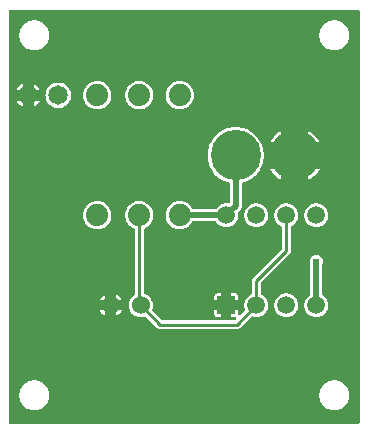
<source format=gbl>
G04 Layer: BottomLayer*
G04 EasyEDA Pro v2.2.45.4, 2025-12-09 09:51:21*
G04 Gerber Generator version 0.3*
G04 Scale: 100 percent, Rotated: No, Reflected: No*
G04 Dimensions in millimeters*
G04 Leading zeros omitted, absolute positions, 4 integers and 5 decimals*
G04 Generated by one-click*
%FSLAX45Y45*%
%MOMM*%
%ADD10C,1.524*%
%ADD11C,4.25*%
%ADD12C,1.651*%
%ADD13C,1.8796*%
%ADD14R,1.5X1.5*%
%ADD15C,1.5*%
%ADD16C,0.6203*%
%ADD17C,0.62001*%
%ADD18C,0.5*%
%ADD19C,0.254*%
G75*


G04 Copper Start*
G36*
G01X-1475232Y267208D02*
G01X-1479120Y267981D01*
G01X-1482416Y270184D01*
G01X-1484619Y273480D01*
G01X-1485392Y277368D01*
G01X-1485392Y508000D01*
G01X-1397489Y508000D01*
G01X-1396560Y492633D01*
G01X-1393785Y477490D01*
G01X-1389205Y462792D01*
G01X-1382886Y448753D01*
G01X-1374922Y435578D01*
G01X-1365427Y423459D01*
G01X-1354541Y412573D01*
G01X-1342422Y403078D01*
G01X-1329247Y395114D01*
G01X-1315208Y388795D01*
G01X-1300510Y384215D01*
G01X-1285367Y381440D01*
G01X-1270000Y380511D01*
G01X-1270000Y380511D01*
G01X-1254633Y381440D01*
G01X-1239490Y384215D01*
G01X-1224792Y388795D01*
G01X-1210753Y395114D01*
G01X-1197578Y403078D01*
G01X-1185459Y412573D01*
G01X-1174573Y423459D01*
G01X-1165078Y435578D01*
G01X-1157114Y448753D01*
G01X-1150795Y462792D01*
G01X-1146215Y477490D01*
G01X-1143440Y492633D01*
G01X-1142511Y508000D01*
G01X1142511Y508000D01*
G01X1143440Y492633D01*
G01X1146215Y477490D01*
G01X1150795Y462792D01*
G01X1157114Y448753D01*
G01X1165078Y435578D01*
G01X1174573Y423459D01*
G01X1185459Y412573D01*
G01X1197578Y403078D01*
G01X1210753Y395114D01*
G01X1224792Y388795D01*
G01X1239490Y384215D01*
G01X1254633Y381440D01*
G01X1254633Y381440D01*
G01X1270000Y380511D01*
G01X1285367Y381440D01*
G01X1300510Y384215D01*
G01X1315208Y388795D01*
G01X1329247Y395114D01*
G01X1342422Y403078D01*
G01X1354541Y412573D01*
G01X1365427Y423459D01*
G01X1374922Y435578D01*
G01X1382886Y448753D01*
G01X1389205Y462792D01*
G01X1393785Y477490D01*
G01X1396560Y492633D01*
G01X1397489Y508000D01*
G01X1396560Y523367D01*
G01X1393785Y538510D01*
G01X1389205Y553208D01*
G01X1382886Y567247D01*
G01X1374922Y580422D01*
G01X1365427Y592541D01*
G01X1354541Y603427D01*
G01X1342422Y612922D01*
G01X1329247Y620886D01*
G01X1315208Y627205D01*
G01X1300510Y631785D01*
G01X1285367Y634560D01*
G01X1270000Y635489D01*
G01X1254633Y634560D01*
G01X1239490Y631785D01*
G01X1224792Y627205D01*
G01X1210753Y620886D01*
G01X1197578Y612922D01*
G01X1185459Y603427D01*
G01X1174573Y592541D01*
G01X1165078Y580422D01*
G01X1157114Y567247D01*
G01X1150795Y553208D01*
G01X1146215Y538510D01*
G01X1143440Y523367D01*
G01X1142511Y508000D01*
G01X-1142511Y508000D01*
G01X-1143440Y523367D01*
G01X-1146215Y538510D01*
G01X-1150795Y553208D01*
G01X-1157114Y567247D01*
G01X-1165078Y580422D01*
G01X-1174573Y592541D01*
G01X-1185459Y603427D01*
G01X-1197578Y612922D01*
G01X-1210753Y620886D01*
G01X-1224792Y627205D01*
G01X-1239490Y631785D01*
G01X-1254633Y634560D01*
G01X-1270000Y635489D01*
G01X-1285367Y634560D01*
G01X-1300510Y631785D01*
G01X-1315208Y627205D01*
G01X-1329247Y620886D01*
G01X-1342422Y612922D01*
G01X-1354541Y603427D01*
G01X-1365427Y592541D01*
G01X-1374922Y580422D01*
G01X-1382886Y567247D01*
G01X-1389205Y553208D01*
G01X-1393785Y538510D01*
G01X-1396560Y523367D01*
G01X-1397489Y508000D01*
G01X-1485392Y508000D01*
G01X-1485392Y1225550D01*
G01X-713962Y1225550D01*
G01X-710134Y1217976D01*
G01X-702416Y1206733D01*
G01X-693269Y1196619D01*
G01X-682855Y1187814D01*
G01X-671360Y1180476D01*
G01X-666750Y1178337D01*
G01X-666750Y1178337D01*
G01X-666750Y1225550D01*
G01X-577850Y1225550D01*
G01X-577850Y1178210D01*
G01X-567370Y1183953D01*
G01X-556391Y1192042D01*
G01X-546588Y1201523D01*
G01X-538137Y1212225D01*
G01X-531187Y1223958D01*
G01X-530512Y1225550D01*
G01X-577850Y1225550D01*
G01X-577850Y1225550D01*
G01X-666750Y1225550D01*
G01X-713962Y1225550D01*
G01X-1485392Y1225550D01*
G01X-1485392Y1314450D01*
G01X-713962Y1314450D01*
G01X-666750Y1314450D01*
G01X-666750Y1314450D01*
G01X-666750Y1361663D01*
G01X-671360Y1359524D01*
G01X-682855Y1352186D01*
G01X-693269Y1343381D01*
G01X-702416Y1333267D01*
G01X-710134Y1322024D01*
G01X-713962Y1314450D01*
G01X-1485392Y1314450D01*
G01X-1485392Y1361790D01*
G01X-577850Y1361790D01*
G01X-577850Y1314450D01*
G01X-530512Y1314450D01*
G01X-531187Y1316042D01*
G01X-538137Y1327775D01*
G01X-546588Y1338477D01*
G01X-556391Y1347958D01*
G01X-567370Y1356047D01*
G01X-577850Y1361790D01*
G01X-577850Y1361790D01*
G01X-1485392Y1361790D01*
G01X-1485392Y2035691D01*
G01X-856412Y2035691D01*
G01X-855957Y2020940D01*
G01X-853693Y2006356D01*
G01X-849655Y1992161D01*
G01X-843902Y1978570D01*
G01X-836523Y1965789D01*
G01X-827629Y1954011D01*
G01X-817355Y1943416D01*
G01X-805857Y1934164D01*
G01X-793309Y1926394D01*
G01X-779902Y1920226D01*
G01X-765838Y1915752D01*
G01X-751330Y1913040D01*
G01X-736600Y1912131D01*
G01X-736600Y1912131D01*
G01X-721870Y1913040D01*
G01X-707362Y1915752D01*
G01X-693298Y1920226D01*
G01X-679891Y1926394D01*
G01X-667343Y1934164D01*
G01X-655845Y1943416D01*
G01X-645571Y1954011D01*
G01X-636677Y1965789D01*
G01X-629298Y1978570D01*
G01X-623545Y1992161D01*
G01X-619507Y2006356D01*
G01X-617243Y2020940D01*
G01X-617016Y2028309D01*
G01X-500812Y2028309D01*
G01X-499450Y2013613D01*
G01X-496293Y1999196D01*
G01X-491388Y1985277D01*
G01X-484809Y1972066D01*
G01X-476657Y1959763D01*
G01X-467055Y1948555D01*
G01X-456148Y1938613D01*
G01X-444103Y1930086D01*
G01X-431100Y1923103D01*
G01X-426098Y1921165D01*
G01X-422695Y1918985D01*
G01X-420412Y1915652D01*
G01X-419608Y1911692D01*
G01X-419608Y1363657D01*
G01X-420170Y1360324D01*
G01X-421794Y1357360D01*
G01X-424301Y1355093D01*
G01X-428855Y1352186D01*
G01X-439269Y1343381D01*
G01X-448416Y1333267D01*
G01X-456134Y1322024D01*
G01X-462285Y1309853D01*
G01X-466758Y1296970D01*
G01X-469474Y1283607D01*
G01X-470385Y1270000D01*
G01X-469474Y1256393D01*
G01X-466758Y1243030D01*
G01X-462285Y1230147D01*
G01X-456134Y1217976D01*
G01X-448416Y1206733D01*
G01X-439269Y1196619D01*
G01X-428855Y1187814D01*
G01X-417360Y1180476D01*
G01X-404990Y1174736D01*
G01X-391965Y1170696D01*
G01X-378518Y1168427D01*
G01X-364889Y1167972D01*
G01X-351320Y1169337D01*
G01X-338055Y1172498D01*
G01X-335082Y1173643D01*
G01X-331260Y1174320D01*
G01X-327464Y1173516D01*
G01X-324246Y1171346D01*
G01X-230853Y1077953D01*
G01X-224622Y1072840D01*
G01X-217956Y1069276D01*
G01X-210722Y1067082D01*
G01X-210722Y1067082D01*
G01X-202701Y1066292D01*
G01X444001Y1066292D01*
G01X452022Y1067082D01*
G01X459256Y1069276D01*
G01X465922Y1072840D01*
G01X472153Y1077953D01*
G01X566359Y1172159D01*
G01X569266Y1174191D01*
G01X572695Y1175099D01*
G01X576227Y1174774D01*
G01X589505Y1171136D01*
G01X602862Y1169340D01*
G01X616338Y1169340D01*
G01X629695Y1171136D01*
G01X642693Y1174697D01*
G01X655100Y1179958D01*
G01X666696Y1186826D01*
G01X677272Y1195178D01*
G01X686641Y1204866D01*
G01X694635Y1215716D01*
G01X701112Y1227534D01*
G01X705956Y1240110D01*
G01X709080Y1253220D01*
G01X710429Y1266629D01*
G01X762771Y1266629D01*
G01X764120Y1253220D01*
G01X767244Y1240110D01*
G01X772088Y1227534D01*
G01X778565Y1215716D01*
G01X786559Y1204866D01*
G01X795928Y1195178D01*
G01X806504Y1186826D01*
G01X818100Y1179958D01*
G01X830507Y1174697D01*
G01X843505Y1171136D01*
G01X856862Y1169340D01*
G01X870338Y1169340D01*
G01X870338Y1169340D01*
G01X883695Y1171136D01*
G01X896693Y1174697D01*
G01X909100Y1179958D01*
G01X920696Y1186826D01*
G01X931272Y1195178D01*
G01X940641Y1204866D01*
G01X948635Y1215716D01*
G01X955112Y1227534D01*
G01X959956Y1240110D01*
G01X963080Y1253220D01*
G01X964429Y1266629D01*
G01X1016771Y1266629D01*
G01X1018120Y1253220D01*
G01X1021244Y1240110D01*
G01X1026088Y1227534D01*
G01X1032565Y1215716D01*
G01X1040559Y1204866D01*
G01X1049928Y1195178D01*
G01X1060504Y1186826D01*
G01X1072100Y1179958D01*
G01X1084507Y1174697D01*
G01X1097505Y1171136D01*
G01X1097505Y1171136D01*
G01X1110862Y1169340D01*
G01X1124338Y1169340D01*
G01X1137695Y1171136D01*
G01X1150693Y1174697D01*
G01X1163100Y1179958D01*
G01X1174696Y1186826D01*
G01X1185272Y1195178D01*
G01X1194641Y1204866D01*
G01X1202635Y1215716D01*
G01X1209112Y1227534D01*
G01X1213956Y1240110D01*
G01X1217080Y1253220D01*
G01X1218429Y1266629D01*
G01X1217979Y1280098D01*
G01X1215737Y1293387D01*
G01X1211744Y1306259D01*
G01X1206071Y1318484D01*
G01X1198820Y1329843D01*
G01X1190119Y1340134D01*
G01X1180124Y1349175D01*
G01X1172918Y1354121D01*
G01X1170556Y1356380D01*
G01X1169033Y1359272D01*
G01X1168508Y1362497D01*
G01X1168508Y1611157D01*
G01X1169410Y1615342D01*
G01X1171223Y1619354D01*
G01X1173654Y1628689D01*
G01X1174472Y1638300D01*
G01X1173654Y1647911D01*
G01X1171223Y1657246D01*
G01X1167250Y1666036D01*
G01X1161848Y1674028D01*
G01X1155174Y1680992D01*
G01X1147418Y1686728D01*
G01X1138805Y1691071D01*
G01X1129582Y1693896D01*
G01X1120014Y1695121D01*
G01X1110376Y1694711D01*
G01X1100946Y1692679D01*
G01X1091996Y1689082D01*
G01X1083782Y1684025D01*
G01X1076541Y1677652D01*
G01X1070481Y1670147D01*
G01X1065777Y1661726D01*
G01X1062563Y1652630D01*
G01X1060933Y1643123D01*
G01X1060933Y1633477D01*
G01X1062562Y1623977D01*
G01X1066107Y1613989D01*
G01X1066692Y1610590D01*
G01X1066692Y1362497D01*
G01X1066167Y1359272D01*
G01X1064644Y1356380D01*
G01X1062282Y1354121D01*
G01X1055076Y1349175D01*
G01X1045081Y1340134D01*
G01X1036380Y1329843D01*
G01X1029129Y1318484D01*
G01X1023456Y1306259D01*
G01X1019463Y1293387D01*
G01X1017221Y1280098D01*
G01X1016771Y1266629D01*
G01X964429Y1266629D01*
G01X963979Y1280098D01*
G01X961737Y1293387D01*
G01X957744Y1306259D01*
G01X952071Y1318484D01*
G01X944820Y1329843D01*
G01X936119Y1340134D01*
G01X926124Y1349175D01*
G01X915013Y1356802D01*
G01X902984Y1362880D01*
G01X890253Y1367301D01*
G01X877047Y1369985D01*
G01X863600Y1370885D01*
G01X850153Y1369985D01*
G01X836947Y1367301D01*
G01X824216Y1362880D01*
G01X812187Y1356802D01*
G01X801076Y1349175D01*
G01X791081Y1340134D01*
G01X782380Y1329843D01*
G01X775129Y1318484D01*
G01X769456Y1306259D01*
G01X765463Y1293387D01*
G01X763221Y1280098D01*
G01X762771Y1266629D01*
G01X710429Y1266629D01*
G01X709979Y1280098D01*
G01X707737Y1293387D01*
G01X703744Y1306259D01*
G01X698071Y1318484D01*
G01X690820Y1329843D01*
G01X682119Y1340134D01*
G01X672124Y1349175D01*
G01X661013Y1356802D01*
G01X653786Y1360454D01*
G01X650833Y1362706D01*
G01X648887Y1365870D01*
G01X648208Y1369522D01*
G01X648208Y1453000D01*
G01X648981Y1456888D01*
G01X651184Y1460184D01*
G01X890547Y1699547D01*
G01X895660Y1705778D01*
G01X899224Y1712444D01*
G01X901418Y1719678D01*
G01X902208Y1727699D01*
G01X902208Y1932308D01*
G01X902971Y1936170D01*
G01X905144Y1939452D01*
G01X909100Y1941958D01*
G01X920696Y1948826D01*
G01X931272Y1957178D01*
G01X940641Y1966866D01*
G01X948635Y1977716D01*
G01X955112Y1989534D01*
G01X959956Y2002110D01*
G01X963080Y2015220D01*
G01X964429Y2028629D01*
G01X1016771Y2028629D01*
G01X1018120Y2015220D01*
G01X1021244Y2002110D01*
G01X1026088Y1989534D01*
G01X1032565Y1977716D01*
G01X1040559Y1966866D01*
G01X1049928Y1957178D01*
G01X1060504Y1948826D01*
G01X1072100Y1941958D01*
G01X1084507Y1936697D01*
G01X1097505Y1933136D01*
G01X1110862Y1931340D01*
G01X1124338Y1931340D01*
G01X1124338Y1931340D01*
G01X1137695Y1933136D01*
G01X1150693Y1936697D01*
G01X1163100Y1941958D01*
G01X1174696Y1948826D01*
G01X1185272Y1957178D01*
G01X1194641Y1966866D01*
G01X1202635Y1977716D01*
G01X1209112Y1989534D01*
G01X1213956Y2002110D01*
G01X1217080Y2015220D01*
G01X1218429Y2028629D01*
G01X1217979Y2042098D01*
G01X1215737Y2055387D01*
G01X1211744Y2068259D01*
G01X1206071Y2080484D01*
G01X1198820Y2091843D01*
G01X1190119Y2102134D01*
G01X1180124Y2111175D01*
G01X1169013Y2118802D01*
G01X1156984Y2124880D01*
G01X1144253Y2129301D01*
G01X1131047Y2131985D01*
G01X1117600Y2132885D01*
G01X1104153Y2131985D01*
G01X1090947Y2129301D01*
G01X1078216Y2124880D01*
G01X1066187Y2118802D01*
G01X1055076Y2111175D01*
G01X1045081Y2102134D01*
G01X1036380Y2091843D01*
G01X1029129Y2080484D01*
G01X1023456Y2068259D01*
G01X1019463Y2055387D01*
G01X1017221Y2042098D01*
G01X1016771Y2028629D01*
G01X964429Y2028629D01*
G01X963979Y2042098D01*
G01X961737Y2055387D01*
G01X957744Y2068259D01*
G01X952071Y2080484D01*
G01X944820Y2091843D01*
G01X936119Y2102134D01*
G01X926124Y2111175D01*
G01X915013Y2118802D01*
G01X902984Y2124880D01*
G01X890253Y2129301D01*
G01X877047Y2131985D01*
G01X863600Y2132885D01*
G01X850153Y2131985D01*
G01X836947Y2129301D01*
G01X824216Y2124880D01*
G01X812187Y2118802D01*
G01X801076Y2111175D01*
G01X791081Y2102134D01*
G01X782380Y2091843D01*
G01X775129Y2080484D01*
G01X769456Y2068259D01*
G01X765463Y2055387D01*
G01X763221Y2042098D01*
G01X762771Y2028629D01*
G01X764120Y2015220D01*
G01X767244Y2002110D01*
G01X772088Y1989534D01*
G01X778565Y1977716D01*
G01X786559Y1966866D01*
G01X795928Y1957178D01*
G01X806504Y1948826D01*
G01X818100Y1941958D01*
G01X822056Y1939452D01*
G01X824229Y1936170D01*
G01X824992Y1932308D01*
G01X824992Y1747400D01*
G01X824219Y1743512D01*
G01X822016Y1740216D01*
G01X582653Y1500853D01*
G01X577540Y1494622D01*
G01X573976Y1487956D01*
G01X571782Y1480722D01*
G01X570992Y1472701D01*
G01X570992Y1369522D01*
G01X570313Y1365870D01*
G01X568367Y1362706D01*
G01X565414Y1360454D01*
G01X558187Y1356802D01*
G01X547076Y1349175D01*
G01X537081Y1340134D01*
G01X528380Y1329843D01*
G01X521129Y1318484D01*
G01X515456Y1306259D01*
G01X511463Y1293387D01*
G01X509221Y1280098D01*
G01X508771Y1266629D01*
G01X510120Y1253220D01*
G01X513244Y1240110D01*
G01X514169Y1237708D01*
G01X514847Y1233887D01*
G01X514042Y1230090D01*
G01X511872Y1226873D01*
G01X473852Y1188852D01*
G01X470556Y1186650D01*
G01X466668Y1185876D01*
G01X462780Y1186650D01*
G01X459484Y1188852D01*
G01X457281Y1192148D01*
G01X456508Y1196036D01*
G01X456508Y1226150D01*
G01X399450Y1226150D01*
G01X399450Y1169092D01*
G01X429564Y1169092D01*
G01X433452Y1168319D01*
G01X436748Y1166116D01*
G01X438950Y1162820D01*
G01X439724Y1158932D01*
G01X438950Y1155044D01*
G01X436748Y1151748D01*
G01X431484Y1146484D01*
G01X428188Y1144281D01*
G01X424300Y1143508D01*
G01X-183000Y1143508D01*
G01X-186888Y1144281D01*
G01X-190184Y1146484D01*
G01X-269506Y1225806D01*
G01X-269746Y1226150D01*
G01X254692Y1226150D01*
G01X254692Y1195571D01*
G01X255404Y1189249D01*
G01X257316Y1183787D01*
G01X260395Y1178887D01*
G01X264487Y1174795D01*
G01X269387Y1171716D01*
G01X274849Y1169804D01*
G01X281171Y1169092D01*
G01X311750Y1169092D01*
G01X311750Y1169092D01*
G01X311750Y1226150D01*
G01X254692Y1226150D01*
G01X-269746Y1226150D01*
G01X-271540Y1228719D01*
G01X-272447Y1232154D01*
G01X-272116Y1235691D01*
G01X-268259Y1249675D01*
G01X-266443Y1263181D01*
G01X-266443Y1276819D01*
G01X-268260Y1290334D01*
G01X-271863Y1303487D01*
G01X-277187Y1316042D01*
G01X-284137Y1327775D01*
G01X-292588Y1338477D01*
G01X-298743Y1344429D01*
G01X254692Y1344429D01*
G01X254692Y1313850D01*
G01X311750Y1313850D01*
G01X311750Y1313850D01*
G01X311750Y1370908D01*
G01X399450Y1370908D01*
G01X399450Y1313850D01*
G01X456508Y1313850D01*
G01X456508Y1313850D01*
G01X456508Y1344429D01*
G01X455796Y1350751D01*
G01X453884Y1356213D01*
G01X450805Y1361113D01*
G01X446713Y1365205D01*
G01X441813Y1368284D01*
G01X436351Y1370196D01*
G01X430029Y1370908D01*
G01X399450Y1370908D01*
G01X311750Y1370908D01*
G01X281171Y1370908D01*
G01X274849Y1370196D01*
G01X269387Y1368284D01*
G01X264487Y1365205D01*
G01X260395Y1361113D01*
G01X257316Y1356213D01*
G01X255404Y1350751D01*
G01X254692Y1344429D01*
G01X-298743Y1344429D01*
G01X-302391Y1347958D01*
G01X-313370Y1356047D01*
G01X-325329Y1362601D01*
G01X-335884Y1366666D01*
G01X-339295Y1368844D01*
G01X-341586Y1372180D01*
G01X-342392Y1376147D01*
G01X-342392Y1911692D01*
G01X-341588Y1915652D01*
G01X-339305Y1918985D01*
G01X-335902Y1921165D01*
G01X-330900Y1923103D01*
G01X-317897Y1930086D01*
G01X-305852Y1938613D01*
G01X-294945Y1948555D01*
G01X-285343Y1959763D01*
G01X-277191Y1972066D01*
G01X-270612Y1985277D01*
G01X-265707Y1999196D01*
G01X-262550Y2013613D01*
G01X-261188Y2028309D01*
G01X-261416Y2035691D01*
G01X-157912Y2035691D01*
G01X-157457Y2020940D01*
G01X-155193Y2006356D01*
G01X-151155Y1992161D01*
G01X-145402Y1978570D01*
G01X-138023Y1965789D01*
G01X-129129Y1954011D01*
G01X-118855Y1943416D01*
G01X-107357Y1934164D01*
G01X-94809Y1926394D01*
G01X-81402Y1920226D01*
G01X-67338Y1915752D01*
G01X-52830Y1913040D01*
G01X-38100Y1912131D01*
G01X-38100Y1912131D01*
G01X-23370Y1913040D01*
G01X-8862Y1915752D01*
G01X5202Y1920226D01*
G01X18609Y1926394D01*
G01X31157Y1934164D01*
G01X42655Y1943416D01*
G01X52929Y1954011D01*
G01X61823Y1965789D01*
G01X67725Y1976012D01*
G01X69993Y1978715D01*
G01X73049Y1980479D01*
G01X76524Y1981092D01*
G01X262943Y1981092D01*
G01X266061Y1980602D01*
G01X268878Y1979178D01*
G01X271122Y1976959D01*
G01X278559Y1966866D01*
G01X287928Y1957178D01*
G01X298504Y1948826D01*
G01X310100Y1941958D01*
G01X322507Y1936697D01*
G01X335505Y1933136D01*
G01X348862Y1931340D01*
G01X362338Y1931340D01*
G01X375695Y1933136D01*
G01X388693Y1936697D01*
G01X401100Y1941958D01*
G01X412696Y1948826D01*
G01X423272Y1957178D01*
G01X432641Y1966866D01*
G01X440635Y1977716D01*
G01X447112Y1989534D01*
G01X451956Y2002110D01*
G01X455080Y2015220D01*
G01X456429Y2028629D01*
G01X508771Y2028629D01*
G01X510120Y2015220D01*
G01X513244Y2002110D01*
G01X518088Y1989534D01*
G01X524565Y1977716D01*
G01X532559Y1966866D01*
G01X541928Y1957178D01*
G01X552504Y1948826D01*
G01X564100Y1941958D01*
G01X576507Y1936697D01*
G01X589505Y1933136D01*
G01X589505Y1933136D01*
G01X602862Y1931340D01*
G01X616338Y1931340D01*
G01X629695Y1933136D01*
G01X642693Y1936697D01*
G01X655100Y1941958D01*
G01X666696Y1948826D01*
G01X677272Y1957178D01*
G01X686641Y1966866D01*
G01X694635Y1977716D01*
G01X701112Y1989534D01*
G01X705956Y2002110D01*
G01X709080Y2015220D01*
G01X710429Y2028629D01*
G01X709979Y2042098D01*
G01X707737Y2055387D01*
G01X703744Y2068259D01*
G01X698071Y2080484D01*
G01X690820Y2091843D01*
G01X682119Y2102134D01*
G01X672124Y2111175D01*
G01X661013Y2118802D01*
G01X648984Y2124880D01*
G01X636253Y2129301D01*
G01X623047Y2131985D01*
G01X609600Y2132885D01*
G01X596153Y2131985D01*
G01X582947Y2129301D01*
G01X570216Y2124880D01*
G01X558187Y2118802D01*
G01X547076Y2111175D01*
G01X537081Y2102134D01*
G01X528380Y2091843D01*
G01X521129Y2080484D01*
G01X515456Y2068259D01*
G01X511463Y2055387D01*
G01X509221Y2042098D01*
G01X508771Y2028629D01*
G01X456429Y2028629D01*
G01X455979Y2042098D01*
G01X454211Y2052577D01*
G01X454184Y2055789D01*
G01X455161Y2058849D01*
G01X457045Y2061451D01*
G01X471654Y2076059D01*
G01X474803Y2079496D01*
G01X477507Y2083019D01*
G01X479892Y2086764D01*
G01X481943Y2090703D01*
G01X483642Y2094805D01*
G01X484977Y2099040D01*
G01X485938Y2103375D01*
G01X486518Y2107777D01*
G01X486721Y2112435D01*
G01X486721Y2299256D01*
G01X487662Y2303527D01*
G01X490312Y2307006D01*
G01X494178Y2309050D01*
G01X509470Y2313270D01*
G01X529497Y2320787D01*
G01X548770Y2330068D01*
G01X567133Y2341040D01*
G01X584439Y2353613D01*
G01X600548Y2367687D01*
G01X615331Y2383149D01*
G01X628669Y2399873D01*
G01X640453Y2417726D01*
G01X645659Y2427400D01*
G01X725941Y2427400D01*
G01X731147Y2417726D01*
G01X742931Y2399873D01*
G01X756269Y2383149D01*
G01X771052Y2367687D01*
G01X787161Y2353613D01*
G01X804467Y2341040D01*
G01X823200Y2329890D01*
G01X823200Y2329890D01*
G01X1048400Y2329890D01*
G01X1067132Y2341040D01*
G01X1084438Y2353613D01*
G01X1100547Y2367687D01*
G01X1115330Y2383149D01*
G01X1128668Y2399873D01*
G01X1140452Y2417726D01*
G01X1145658Y2427400D01*
G01X1048400Y2427400D01*
G01X1048400Y2329890D01*
G01X1048400Y2329890D01*
G01X823200Y2329890D01*
G01X823200Y2427400D01*
G01X725941Y2427400D01*
G01X645659Y2427400D01*
G01X650590Y2436563D01*
G01X658997Y2456233D01*
G01X665607Y2476577D01*
G01X670367Y2497432D01*
G01X673239Y2518630D01*
G01X674199Y2540000D01*
G01X673239Y2561370D01*
G01X670367Y2582568D01*
G01X665607Y2603423D01*
G01X658997Y2623767D01*
G01X650590Y2643437D01*
G01X645659Y2652600D01*
G01X725941Y2652600D01*
G01X823200Y2652600D01*
G01X823200Y2652600D01*
G01X823200Y2750110D01*
G01X1048400Y2750110D01*
G01X1048400Y2652600D01*
G01X1145658Y2652600D01*
G01X1145658Y2652600D01*
G01X1140452Y2662274D01*
G01X1128668Y2680127D01*
G01X1115330Y2696851D01*
G01X1100547Y2712313D01*
G01X1084438Y2726387D01*
G01X1067132Y2738960D01*
G01X1048400Y2750110D01*
G01X823200Y2750110D01*
G01X804467Y2738960D01*
G01X787161Y2726387D01*
G01X771052Y2712313D01*
G01X756269Y2696851D01*
G01X742931Y2680127D01*
G01X731147Y2662274D01*
G01X725941Y2652600D01*
G01X645659Y2652600D01*
G01X640453Y2662274D01*
G01X628669Y2680127D01*
G01X615331Y2696851D01*
G01X600548Y2712313D01*
G01X584439Y2726387D01*
G01X567133Y2738960D01*
G01X548770Y2749932D01*
G01X529497Y2759213D01*
G01X509470Y2766730D01*
G01X488849Y2772421D01*
G01X467801Y2776240D01*
G01X446496Y2778158D01*
G01X425105Y2778158D01*
G01X403800Y2776240D01*
G01X382752Y2772421D01*
G01X362131Y2766730D01*
G01X342104Y2759213D01*
G01X322831Y2749932D01*
G01X304468Y2738960D01*
G01X287162Y2726387D01*
G01X271053Y2712313D01*
G01X256270Y2696851D01*
G01X242932Y2680127D01*
G01X231148Y2662274D01*
G01X221011Y2643437D01*
G01X212604Y2623767D01*
G01X205994Y2603423D01*
G01X201234Y2582568D01*
G01X198362Y2561370D01*
G01X197402Y2540000D01*
G01X198362Y2518630D01*
G01X201234Y2497432D01*
G01X205994Y2476577D01*
G01X212604Y2456233D01*
G01X221011Y2436563D01*
G01X231148Y2417726D01*
G01X242932Y2399873D01*
G01X256270Y2383149D01*
G01X271053Y2367687D01*
G01X287162Y2353613D01*
G01X304468Y2341040D01*
G01X322831Y2330068D01*
G01X342104Y2320787D01*
G01X362131Y2313270D01*
G01X377448Y2309043D01*
G01X381315Y2306999D01*
G01X383964Y2303520D01*
G01X384905Y2299249D01*
G01X384905Y2141194D01*
G01X383925Y2136841D01*
G01X381174Y2133327D01*
G01X377183Y2131331D01*
G01X372722Y2131238D01*
G01X369047Y2131985D01*
G01X355600Y2132885D01*
G01X342153Y2131985D01*
G01X328947Y2129301D01*
G01X316216Y2124880D01*
G01X304187Y2118802D01*
G01X293076Y2111175D01*
G01X283081Y2102134D01*
G01X274380Y2091843D01*
G01X271673Y2087601D01*
G01X269405Y2085094D01*
G01X266441Y2083470D01*
G01X263109Y2082908D01*
G01X76495Y2082908D01*
G01X72825Y2083594D01*
G01X69650Y2085560D01*
G01X67400Y2088539D01*
G01X65709Y2091934D01*
G01X57557Y2104237D01*
G01X47955Y2115445D01*
G01X37048Y2125387D01*
G01X25003Y2133914D01*
G01X12000Y2140897D01*
G01X-1761Y2146228D01*
G01X-16074Y2149828D01*
G01X-30721Y2151641D01*
G01X-45479Y2151641D01*
G01X-60126Y2149828D01*
G01X-74439Y2146228D01*
G01X-88200Y2140897D01*
G01X-101203Y2133914D01*
G01X-113248Y2125387D01*
G01X-124155Y2115445D01*
G01X-133757Y2104237D01*
G01X-141909Y2091934D01*
G01X-148488Y2078723D01*
G01X-153393Y2064804D01*
G01X-156550Y2050387D01*
G01X-157912Y2035691D01*
G01X-261416Y2035691D01*
G01X-261643Y2043060D01*
G01X-263907Y2057644D01*
G01X-267945Y2071839D01*
G01X-273698Y2085430D01*
G01X-281077Y2098211D01*
G01X-289971Y2109989D01*
G01X-300245Y2120584D01*
G01X-311743Y2129836D01*
G01X-324291Y2137606D01*
G01X-337698Y2143774D01*
G01X-351762Y2148248D01*
G01X-366270Y2150960D01*
G01X-381000Y2151869D01*
G01X-395730Y2150960D01*
G01X-410238Y2148248D01*
G01X-424302Y2143774D01*
G01X-437709Y2137606D01*
G01X-450257Y2129836D01*
G01X-461755Y2120584D01*
G01X-472029Y2109989D01*
G01X-480923Y2098211D01*
G01X-488302Y2085430D01*
G01X-494055Y2071839D01*
G01X-498093Y2057644D01*
G01X-500357Y2043060D01*
G01X-500812Y2028309D01*
G01X-617016Y2028309D01*
G01X-616788Y2035691D01*
G01X-618150Y2050387D01*
G01X-621307Y2064804D01*
G01X-626212Y2078723D01*
G01X-632791Y2091934D01*
G01X-640943Y2104237D01*
G01X-650545Y2115445D01*
G01X-661452Y2125387D01*
G01X-673497Y2133914D01*
G01X-686500Y2140897D01*
G01X-700261Y2146228D01*
G01X-714574Y2149828D01*
G01X-729221Y2151641D01*
G01X-743979Y2151641D01*
G01X-758626Y2149828D01*
G01X-772939Y2146228D01*
G01X-786700Y2140897D01*
G01X-799703Y2133914D01*
G01X-811748Y2125387D01*
G01X-822655Y2115445D01*
G01X-832257Y2104237D01*
G01X-840409Y2091934D01*
G01X-846988Y2078723D01*
G01X-851893Y2064804D01*
G01X-855050Y2050387D01*
G01X-856412Y2035691D01*
G01X-1485392Y2035691D01*
G01X-1485392Y3000375D01*
G01X-1417960Y3000375D01*
G01X-1414709Y2993782D01*
G01X-1406828Y2981988D01*
G01X-1397476Y2971324D01*
G01X-1386812Y2961972D01*
G01X-1375018Y2954091D01*
G01X-1368425Y2950840D01*
G01X-1368425Y2950840D01*
G01X-1368425Y3000375D01*
G01X-1273175Y3000375D01*
G01X-1273175Y2950840D01*
G01X-1266582Y2954091D01*
G01X-1254788Y2961972D01*
G01X-1244124Y2971324D01*
G01X-1234772Y2981988D01*
G01X-1226891Y2993782D01*
G01X-1223640Y3000375D01*
G01X-1273175Y3000375D01*
G01X-1273175Y3000375D01*
G01X-1368425Y3000375D01*
G01X-1417960Y3000375D01*
G01X-1485392Y3000375D01*
G01X-1485392Y3048000D01*
G01X-1175236Y3048000D01*
G01X-1174309Y3033846D01*
G01X-1171541Y3019935D01*
G01X-1166982Y3006503D01*
G01X-1160709Y2993782D01*
G01X-1152828Y2981988D01*
G01X-1143476Y2971324D01*
G01X-1132812Y2961972D01*
G01X-1121018Y2954091D01*
G01X-1108297Y2947818D01*
G01X-1094865Y2943259D01*
G01X-1080954Y2940491D01*
G01X-1066800Y2939564D01*
G01X-1066800Y2939564D01*
G01X-1052646Y2940491D01*
G01X-1038735Y2943259D01*
G01X-1025303Y2947818D01*
G01X-1012582Y2954091D01*
G01X-1000788Y2961972D01*
G01X-990124Y2971324D01*
G01X-980772Y2981988D01*
G01X-972891Y2993782D01*
G01X-966618Y3006503D01*
G01X-962059Y3019935D01*
G01X-959291Y3033846D01*
G01X-958364Y3048000D01*
G01X-958606Y3051691D01*
G01X-856412Y3051691D01*
G01X-855957Y3036940D01*
G01X-853693Y3022356D01*
G01X-849655Y3008161D01*
G01X-843902Y2994570D01*
G01X-836523Y2981789D01*
G01X-827629Y2970011D01*
G01X-817355Y2959416D01*
G01X-805857Y2950164D01*
G01X-793309Y2942394D01*
G01X-779902Y2936226D01*
G01X-765838Y2931752D01*
G01X-751330Y2929040D01*
G01X-736600Y2928131D01*
G01X-736600Y2928131D01*
G01X-721870Y2929040D01*
G01X-707362Y2931752D01*
G01X-693298Y2936226D01*
G01X-679891Y2942394D01*
G01X-667343Y2950164D01*
G01X-655845Y2959416D01*
G01X-645571Y2970011D01*
G01X-636677Y2981789D01*
G01X-629298Y2994570D01*
G01X-623545Y3008161D01*
G01X-619507Y3022356D01*
G01X-617243Y3036940D01*
G01X-617016Y3044309D01*
G01X-500812Y3044309D01*
G01X-499450Y3029613D01*
G01X-496293Y3015196D01*
G01X-491388Y3001277D01*
G01X-484809Y2988066D01*
G01X-476657Y2975763D01*
G01X-467055Y2964555D01*
G01X-456148Y2954613D01*
G01X-444103Y2946086D01*
G01X-431100Y2939103D01*
G01X-417339Y2933772D01*
G01X-403026Y2930172D01*
G01X-403026Y2930172D01*
G01X-388379Y2928359D01*
G01X-373621Y2928359D01*
G01X-358974Y2930172D01*
G01X-344661Y2933772D01*
G01X-330900Y2939103D01*
G01X-317897Y2946086D01*
G01X-305852Y2954613D01*
G01X-294945Y2964555D01*
G01X-285343Y2975763D01*
G01X-277191Y2988066D01*
G01X-270612Y3001277D01*
G01X-265707Y3015196D01*
G01X-262550Y3029613D01*
G01X-261188Y3044309D01*
G01X-261416Y3051691D01*
G01X-157912Y3051691D01*
G01X-157457Y3036940D01*
G01X-155193Y3022356D01*
G01X-151155Y3008161D01*
G01X-145402Y2994570D01*
G01X-138023Y2981789D01*
G01X-129129Y2970011D01*
G01X-118855Y2959416D01*
G01X-107357Y2950164D01*
G01X-94809Y2942394D01*
G01X-81402Y2936226D01*
G01X-67338Y2931752D01*
G01X-52830Y2929040D01*
G01X-38100Y2928131D01*
G01X-38100Y2928131D01*
G01X-23370Y2929040D01*
G01X-8862Y2931752D01*
G01X5202Y2936226D01*
G01X18609Y2942394D01*
G01X31157Y2950164D01*
G01X42655Y2959416D01*
G01X52929Y2970011D01*
G01X61823Y2981789D01*
G01X69202Y2994570D01*
G01X74955Y3008161D01*
G01X78993Y3022356D01*
G01X81257Y3036940D01*
G01X81712Y3051691D01*
G01X80350Y3066387D01*
G01X77193Y3080804D01*
G01X72288Y3094723D01*
G01X65709Y3107934D01*
G01X57557Y3120237D01*
G01X47955Y3131445D01*
G01X37048Y3141387D01*
G01X25003Y3149914D01*
G01X12000Y3156897D01*
G01X-1761Y3162228D01*
G01X-16074Y3165828D01*
G01X-30721Y3167641D01*
G01X-45479Y3167641D01*
G01X-60126Y3165828D01*
G01X-74439Y3162228D01*
G01X-88200Y3156897D01*
G01X-101203Y3149914D01*
G01X-113248Y3141387D01*
G01X-124155Y3131445D01*
G01X-133757Y3120237D01*
G01X-141909Y3107934D01*
G01X-148488Y3094723D01*
G01X-153393Y3080804D01*
G01X-156550Y3066387D01*
G01X-157912Y3051691D01*
G01X-261416Y3051691D01*
G01X-261643Y3059060D01*
G01X-263907Y3073644D01*
G01X-267945Y3087839D01*
G01X-273698Y3101430D01*
G01X-281077Y3114211D01*
G01X-289971Y3125989D01*
G01X-300245Y3136584D01*
G01X-311743Y3145836D01*
G01X-324291Y3153606D01*
G01X-337698Y3159774D01*
G01X-351762Y3164248D01*
G01X-366270Y3166960D01*
G01X-381000Y3167869D01*
G01X-395730Y3166960D01*
G01X-410238Y3164248D01*
G01X-424302Y3159774D01*
G01X-437709Y3153606D01*
G01X-450257Y3145836D01*
G01X-461755Y3136584D01*
G01X-472029Y3125989D01*
G01X-480923Y3114211D01*
G01X-488302Y3101430D01*
G01X-494055Y3087839D01*
G01X-498093Y3073644D01*
G01X-500357Y3059060D01*
G01X-500812Y3044309D01*
G01X-617016Y3044309D01*
G01X-616788Y3051691D01*
G01X-618150Y3066387D01*
G01X-621307Y3080804D01*
G01X-626212Y3094723D01*
G01X-632791Y3107934D01*
G01X-640943Y3120237D01*
G01X-650545Y3131445D01*
G01X-661452Y3141387D01*
G01X-673497Y3149914D01*
G01X-686500Y3156897D01*
G01X-700261Y3162228D01*
G01X-714574Y3165828D01*
G01X-729221Y3167641D01*
G01X-743979Y3167641D01*
G01X-758626Y3165828D01*
G01X-772939Y3162228D01*
G01X-786700Y3156897D01*
G01X-799703Y3149914D01*
G01X-811748Y3141387D01*
G01X-822655Y3131445D01*
G01X-832257Y3120237D01*
G01X-840409Y3107934D01*
G01X-846988Y3094723D01*
G01X-851893Y3080804D01*
G01X-855050Y3066387D01*
G01X-856412Y3051691D01*
G01X-958606Y3051691D01*
G01X-959291Y3062154D01*
G01X-962059Y3076065D01*
G01X-966618Y3089497D01*
G01X-972891Y3102218D01*
G01X-980772Y3114012D01*
G01X-990124Y3124676D01*
G01X-1000788Y3134028D01*
G01X-1012582Y3141909D01*
G01X-1025303Y3148182D01*
G01X-1038735Y3152741D01*
G01X-1052646Y3155509D01*
G01X-1066800Y3156436D01*
G01X-1080954Y3155509D01*
G01X-1094865Y3152741D01*
G01X-1108297Y3148182D01*
G01X-1121018Y3141909D01*
G01X-1132812Y3134028D01*
G01X-1143476Y3124676D01*
G01X-1152828Y3114012D01*
G01X-1160709Y3102218D01*
G01X-1166982Y3089497D01*
G01X-1171541Y3076065D01*
G01X-1174309Y3062154D01*
G01X-1175236Y3048000D01*
G01X-1485392Y3048000D01*
G01X-1485392Y3095625D01*
G01X-1417960Y3095625D01*
G01X-1368425Y3095625D01*
G01X-1368425Y3095625D01*
G01X-1368425Y3145160D01*
G01X-1273175Y3145160D01*
G01X-1273175Y3095625D01*
G01X-1223640Y3095625D01*
G01X-1223640Y3095625D01*
G01X-1226891Y3102218D01*
G01X-1234772Y3114012D01*
G01X-1244124Y3124676D01*
G01X-1254788Y3134028D01*
G01X-1266582Y3141909D01*
G01X-1273175Y3145160D01*
G01X-1368425Y3145160D01*
G01X-1375018Y3141909D01*
G01X-1386812Y3134028D01*
G01X-1397476Y3124676D01*
G01X-1406828Y3114012D01*
G01X-1414709Y3102218D01*
G01X-1417960Y3095625D01*
G01X-1485392Y3095625D01*
G01X-1485392Y3556000D01*
G01X-1397489Y3556000D01*
G01X-1396560Y3540633D01*
G01X-1393785Y3525490D01*
G01X-1389205Y3510792D01*
G01X-1382886Y3496753D01*
G01X-1374922Y3483578D01*
G01X-1365427Y3471459D01*
G01X-1354541Y3460573D01*
G01X-1342422Y3451078D01*
G01X-1329247Y3443114D01*
G01X-1315208Y3436795D01*
G01X-1300510Y3432215D01*
G01X-1285367Y3429440D01*
G01X-1270000Y3428511D01*
G01X-1270000Y3428511D01*
G01X-1254633Y3429440D01*
G01X-1239490Y3432215D01*
G01X-1224792Y3436795D01*
G01X-1210753Y3443114D01*
G01X-1197578Y3451078D01*
G01X-1185459Y3460573D01*
G01X-1174573Y3471459D01*
G01X-1165078Y3483578D01*
G01X-1157114Y3496753D01*
G01X-1150795Y3510792D01*
G01X-1146215Y3525490D01*
G01X-1143440Y3540633D01*
G01X-1142511Y3556000D01*
G01X1142511Y3556000D01*
G01X1143440Y3540633D01*
G01X1146215Y3525490D01*
G01X1150795Y3510792D01*
G01X1157114Y3496753D01*
G01X1165078Y3483578D01*
G01X1174573Y3471459D01*
G01X1185459Y3460573D01*
G01X1197578Y3451078D01*
G01X1210753Y3443114D01*
G01X1224792Y3436795D01*
G01X1239490Y3432215D01*
G01X1254633Y3429440D01*
G01X1270000Y3428511D01*
G01X1270000Y3428511D01*
G01X1285367Y3429440D01*
G01X1300510Y3432215D01*
G01X1315208Y3436795D01*
G01X1329247Y3443114D01*
G01X1342422Y3451078D01*
G01X1354541Y3460573D01*
G01X1365427Y3471459D01*
G01X1374922Y3483578D01*
G01X1382886Y3496753D01*
G01X1389205Y3510792D01*
G01X1393785Y3525490D01*
G01X1396560Y3540633D01*
G01X1397489Y3556000D01*
G01X1396560Y3571367D01*
G01X1393785Y3586510D01*
G01X1389205Y3601208D01*
G01X1382886Y3615247D01*
G01X1374922Y3628422D01*
G01X1365427Y3640541D01*
G01X1354541Y3651427D01*
G01X1342422Y3660922D01*
G01X1329247Y3668886D01*
G01X1315208Y3675205D01*
G01X1300510Y3679785D01*
G01X1285367Y3682560D01*
G01X1270000Y3683489D01*
G01X1254633Y3682560D01*
G01X1239490Y3679785D01*
G01X1224792Y3675205D01*
G01X1210753Y3668886D01*
G01X1197578Y3660922D01*
G01X1185459Y3651427D01*
G01X1174573Y3640541D01*
G01X1165078Y3628422D01*
G01X1157114Y3615247D01*
G01X1150795Y3601208D01*
G01X1146215Y3586510D01*
G01X1143440Y3571367D01*
G01X1142511Y3556000D01*
G01X-1142511Y3556000D01*
G01X-1143440Y3571367D01*
G01X-1146215Y3586510D01*
G01X-1150795Y3601208D01*
G01X-1157114Y3615247D01*
G01X-1165078Y3628422D01*
G01X-1174573Y3640541D01*
G01X-1185459Y3651427D01*
G01X-1197578Y3660922D01*
G01X-1210753Y3668886D01*
G01X-1224792Y3675205D01*
G01X-1239490Y3679785D01*
G01X-1254633Y3682560D01*
G01X-1270000Y3683489D01*
G01X-1285367Y3682560D01*
G01X-1300510Y3679785D01*
G01X-1315208Y3675205D01*
G01X-1329247Y3668886D01*
G01X-1342422Y3660922D01*
G01X-1354541Y3651427D01*
G01X-1365427Y3640541D01*
G01X-1374922Y3628422D01*
G01X-1382886Y3615247D01*
G01X-1389205Y3601208D01*
G01X-1393785Y3586510D01*
G01X-1396560Y3571367D01*
G01X-1397489Y3556000D01*
G01X-1485392Y3556000D01*
G01X-1485392Y3761232D01*
G01X-1484619Y3765120D01*
G01X-1482416Y3768416D01*
G01X-1479120Y3770619D01*
G01X-1475232Y3771392D01*
G01X1475232Y3771392D01*
G01X1479120Y3770619D01*
G01X1482416Y3768416D01*
G01X1484619Y3765120D01*
G01X1485392Y3761232D01*
G01X1485392Y277368D01*
G01X1484619Y273480D01*
G01X1482416Y270184D01*
G01X1479120Y267981D01*
G01X1475232Y267208D01*
G01X-1475232Y267208D01*
G37*
G04 Copper End*

G04 Pad Start*
G54D10*
G01X-368300Y1270000D03*
G01X-622300Y1270000D03*
G54D11*
G01X435813Y2540000D03*
G01X935812Y2540000D03*
G54D12*
G01X-1066800Y3048000D03*
G01X-1320800Y3048000D03*
G54D13*
G01X-38100Y3048000D03*
G01X-38100Y2032000D03*
G01X-381000Y2032000D03*
G01X-381000Y3048000D03*
G01X-736600Y3048000D03*
G01X-736600Y2032000D03*
G54D14*
G01X355600Y1270000D03*
G54D15*
G01X609600Y1270000D03*
G01X863600Y1270000D03*
G01X1117600Y1270000D03*
G01X355600Y2032000D03*
G01X609600Y2032000D03*
G01X863600Y2032000D03*
G01X1117600Y2032000D03*
G04 Pad End*

G04 Via Start*
G54D17*
G01X1117600Y1638300D03*
G04 Via End*

G04 Track Start*
G54D18*
G01X1117600Y1270000D02*
G01X1117600Y1638300D01*
G01X-38100Y2032000D02*
G01X355600Y2032000D01*
G01X435813Y2540000D02*
G01X435813Y2112213D01*
G01X355600Y2032000D01*
G54D19*
G01X609600Y1270000D02*
G01X609600Y1473200D01*
G01X863600Y1727200D01*
G01X863600Y2032000D01*
G01X-368300Y1270000D02*
G01X-203200Y1104900D01*
G01X444500Y1104900D01*
G01X609600Y1270000D01*
G01X-381000Y2032000D02*
G01X-381000Y1282700D01*
G01X-368300Y1270000D01*
G04 Track End*

M02*


</source>
